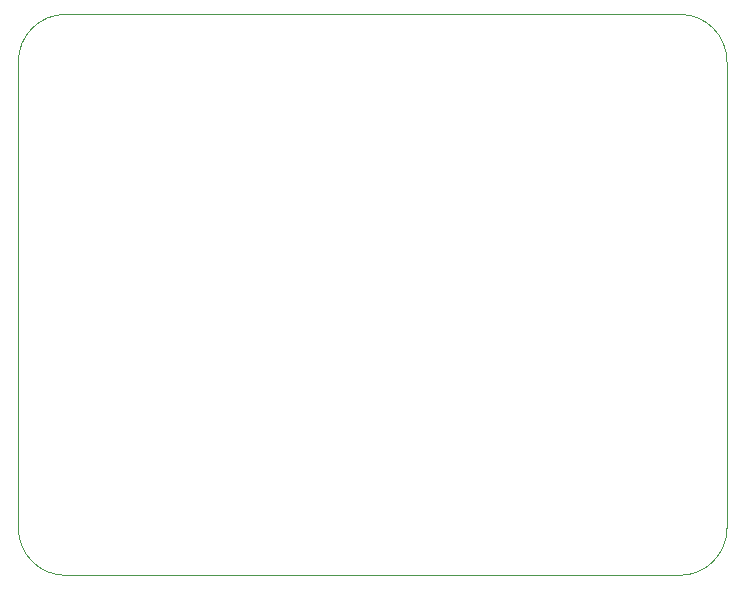
<source format=gm1>
%TF.GenerationSoftware,KiCad,Pcbnew,9.0.4*%
%TF.CreationDate,2026-01-27T00:07:53+00:00*%
%TF.ProjectId,BSPD,42535044-2e6b-4696-9361-645f70636258,1.3.0*%
%TF.SameCoordinates,Original*%
%TF.FileFunction,Profile,NP*%
%FSLAX46Y46*%
G04 Gerber Fmt 4.6, Leading zero omitted, Abs format (unit mm)*
G04 Created by KiCad (PCBNEW 9.0.4) date 2026-01-27 00:07:53*
%MOMM*%
%LPD*%
G01*
G04 APERTURE LIST*
%TA.AperFunction,Profile*%
%ADD10C,0.100000*%
%TD*%
G04 APERTURE END LIST*
D10*
X140500000Y-104500000D02*
G75*
G02*
X136500000Y-100500000I0J4000000D01*
G01*
X192500000Y-57000000D02*
G75*
G02*
X196500000Y-61000000I0J-4000000D01*
G01*
X192500000Y-104500000D02*
X140500000Y-104500000D01*
X136500000Y-61000000D02*
G75*
G02*
X140500000Y-57000000I4000000J0D01*
G01*
X136500000Y-100500000D02*
X136500000Y-61000000D01*
X196500000Y-61000000D02*
X196500000Y-100500000D01*
X140500000Y-57000000D02*
X192500000Y-57000000D01*
X196500000Y-100500000D02*
G75*
G02*
X192500000Y-104500000I-4000000J0D01*
G01*
M02*

</source>
